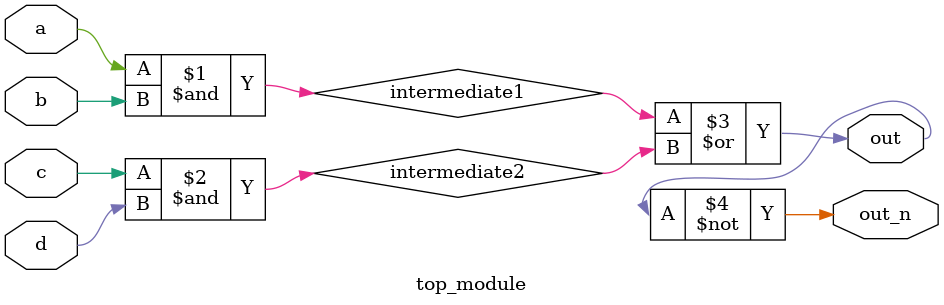
<source format=sv>
module top_module (
    input a,
    input b,
    input c,
    input d,
    output out,
    output out_n );

    wire intermediate1;
    wire intermediate2;
    
    and gate1(intermediate1, a, b);
    and gate2(intermediate2, c, d);
    or gate3(out, intermediate1, intermediate2);
    not gate4(out_n, out);
    
endmodule

</source>
